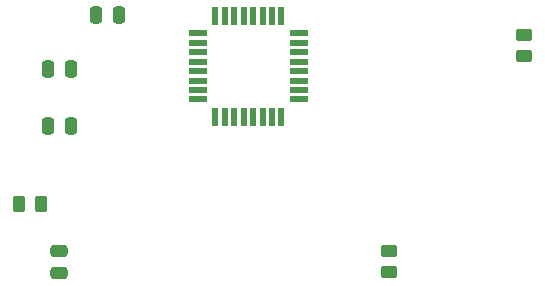
<source format=gbr>
%TF.GenerationSoftware,KiCad,Pcbnew,7.0.5*%
%TF.CreationDate,2024-11-17T18:30:54-07:00*%
%TF.ProjectId,sed1200emu,73656431-3230-4306-956d-752e6b696361,rev?*%
%TF.SameCoordinates,Original*%
%TF.FileFunction,Paste,Top*%
%TF.FilePolarity,Positive*%
%FSLAX46Y46*%
G04 Gerber Fmt 4.6, Leading zero omitted, Abs format (unit mm)*
G04 Created by KiCad (PCBNEW 7.0.5) date 2024-11-17 18:30:54*
%MOMM*%
%LPD*%
G01*
G04 APERTURE LIST*
G04 Aperture macros list*
%AMRoundRect*
0 Rectangle with rounded corners*
0 $1 Rounding radius*
0 $2 $3 $4 $5 $6 $7 $8 $9 X,Y pos of 4 corners*
0 Add a 4 corners polygon primitive as box body*
4,1,4,$2,$3,$4,$5,$6,$7,$8,$9,$2,$3,0*
0 Add four circle primitives for the rounded corners*
1,1,$1+$1,$2,$3*
1,1,$1+$1,$4,$5*
1,1,$1+$1,$6,$7*
1,1,$1+$1,$8,$9*
0 Add four rect primitives between the rounded corners*
20,1,$1+$1,$2,$3,$4,$5,0*
20,1,$1+$1,$4,$5,$6,$7,0*
20,1,$1+$1,$6,$7,$8,$9,0*
20,1,$1+$1,$8,$9,$2,$3,0*%
G04 Aperture macros list end*
%ADD10RoundRect,0.250000X0.450000X-0.262500X0.450000X0.262500X-0.450000X0.262500X-0.450000X-0.262500X0*%
%ADD11RoundRect,0.250000X-0.250000X-0.475000X0.250000X-0.475000X0.250000X0.475000X-0.250000X0.475000X0*%
%ADD12RoundRect,0.250000X0.475000X-0.250000X0.475000X0.250000X-0.475000X0.250000X-0.475000X-0.250000X0*%
%ADD13R,1.600000X0.550000*%
%ADD14R,0.550000X1.600000*%
%ADD15RoundRect,0.250000X0.262500X0.450000X-0.262500X0.450000X-0.262500X-0.450000X0.262500X-0.450000X0*%
G04 APERTURE END LIST*
D10*
%TO.C,R1*%
X169621100Y-102384500D03*
X169621100Y-100559500D03*
%TD*%
D11*
%TO.C,C2*%
X133365100Y-98932000D03*
X135265100Y-98932000D03*
%TD*%
D12*
%TO.C,C1*%
X130250000Y-120770400D03*
X130250000Y-118870400D03*
%TD*%
D11*
%TO.C,C4*%
X129301100Y-108330000D03*
X131201100Y-108330000D03*
%TD*%
D13*
%TO.C,IC1*%
X142003100Y-100450000D03*
X142003100Y-101250000D03*
X142003100Y-102050000D03*
X142003100Y-102850000D03*
X142003100Y-103650000D03*
X142003100Y-104450000D03*
X142003100Y-105250000D03*
X142003100Y-106050000D03*
D14*
X143453100Y-107500000D03*
X144253100Y-107500000D03*
X145053100Y-107500000D03*
X145853100Y-107500000D03*
X146653100Y-107500000D03*
X147453100Y-107500000D03*
X148253100Y-107500000D03*
X149053100Y-107500000D03*
D13*
X150503100Y-106050000D03*
X150503100Y-105250000D03*
X150503100Y-104450000D03*
X150503100Y-103650000D03*
X150503100Y-102850000D03*
X150503100Y-102050000D03*
X150503100Y-101250000D03*
X150503100Y-100450000D03*
D14*
X149053100Y-99000000D03*
X148253100Y-99000000D03*
X147453100Y-99000000D03*
X146653100Y-99000000D03*
X145853100Y-99000000D03*
X145053100Y-99000000D03*
X144253100Y-99000000D03*
X143453100Y-99000000D03*
%TD*%
D15*
%TO.C,R3*%
X128662500Y-114870400D03*
X126837500Y-114870400D03*
%TD*%
D10*
%TO.C,R2*%
X158191100Y-120672500D03*
X158191100Y-118847500D03*
%TD*%
D11*
%TO.C,C3*%
X129301100Y-103504000D03*
X131201100Y-103504000D03*
%TD*%
M02*

</source>
